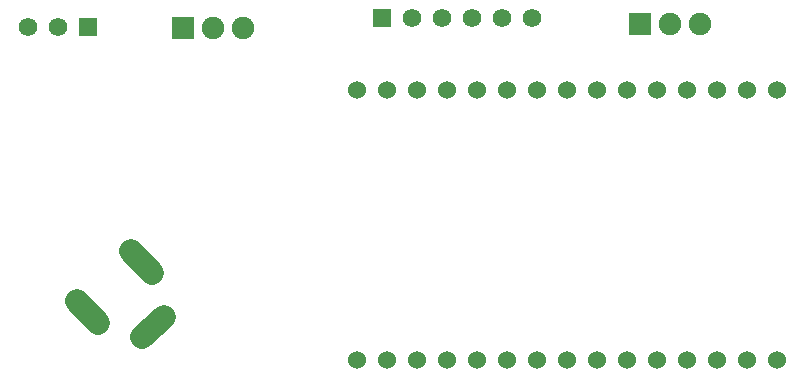
<source format=gtl>
G04 Layer: TopLayer*
G04 EasyEDA v6.3.53, 2021-02-19T20:33:04--5:00*
G04 278ba4fcc65f4522a46e9f3658c659ef,10*
G04 Gerber Generator version 0.2*
G04 Scale: 100 percent, Rotated: No, Reflected: No *
G04 Dimensions in millimeters *
G04 leading zeros omitted , absolute positions ,3 integer and 3 decimal *
%FSLAX33Y33*%
%MOMM*%
G90*
G71D02*

%ADD11R,1.899996X1.899996*%
%ADD12C,1.899996*%
%ADD13C,1.524000*%
%ADD14C,1.574800*%
%ADD15R,1.574800X1.574800*%
%ADD16C,1.999996*%

%LPD*%
G54D11*
G01X60071Y44666D03*
G54D12*
G01X62611Y44666D03*
G01X65151Y44666D03*
G54D13*
G01X61468Y16218D03*
G01X61468Y39078D03*
G01X64008Y16218D03*
G01X66548Y16218D03*
G01X66548Y39078D03*
G01X64008Y39078D03*
G01X69088Y16218D03*
G01X69088Y39078D03*
G01X71628Y16218D03*
G01X71628Y39078D03*
G01X58928Y16218D03*
G01X58928Y39078D03*
G01X56388Y16218D03*
G01X56388Y39078D03*
G01X53848Y39078D03*
G01X53848Y16218D03*
G01X51308Y16218D03*
G01X48768Y16218D03*
G01X46228Y16218D03*
G01X43688Y16218D03*
G01X41148Y16218D03*
G01X38608Y16218D03*
G01X36068Y16218D03*
G01X36068Y39078D03*
G01X38608Y39078D03*
G01X41148Y39078D03*
G01X43688Y39078D03*
G01X46228Y39078D03*
G01X48768Y39078D03*
G01X51308Y39078D03*
G54D14*
G01X50927Y45174D03*
G01X48387Y45174D03*
G01X45847Y45174D03*
G01X43307Y45174D03*
G01X40767Y45174D03*
G54D15*
G01X38227Y45174D03*
G54D11*
G01X21336Y44285D03*
G54D12*
G01X23876Y44285D03*
G01X26416Y44285D03*
G54D14*
G01X8255Y44412D03*
G01X10795Y44412D03*
G54D15*
G01X13335Y44412D03*
G54D16*
G01X16922Y25446D02*
G01X18695Y23545D01*
G01X14161Y19317D02*
G01X12388Y21218D01*
G01X19771Y19899D02*
G01X17870Y18125D01*
M00*
M02*

</source>
